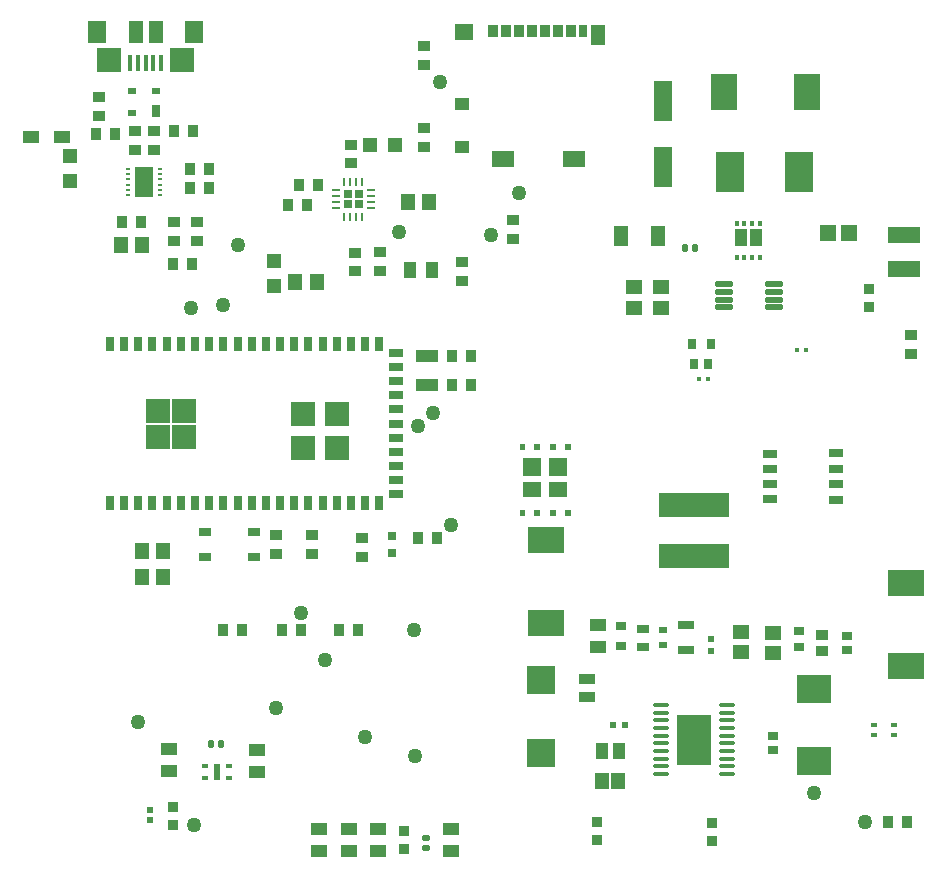
<source format=gtp>
G04*
G04 #@! TF.GenerationSoftware,Altium Limited,Altium Designer,21.9.2 (33)*
G04*
G04 Layer_Color=8421504*
%FSLAX25Y25*%
%MOIN*%
G70*
G04*
G04 #@! TF.SameCoordinates,1119CAD8-5D3F-4E39-9046-3B092D1BD9E9*
G04*
G04*
G04 #@! TF.FilePolarity,Positive*
G04*
G01*
G75*
%ADD21R,0.02165X0.01378*%
%ADD22R,0.02165X0.01378*%
%ADD23R,0.01968X0.05512*%
%ADD24R,0.02756X0.02756*%
%ADD25R,0.02756X0.02756*%
%ADD26R,0.03543X0.02953*%
%ADD27R,0.05733X0.02977*%
%ADD28R,0.02362X0.01968*%
%ADD29O,0.05512X0.01378*%
%ADD30R,0.05787X0.04567*%
%ADD31R,0.04724X0.02559*%
%ADD32R,0.04134X0.03543*%
%ADD33R,0.03543X0.02756*%
%ADD34R,0.03700X0.03000*%
%ADD35R,0.05394X0.03937*%
%ADD36R,0.01968X0.02362*%
%ADD37R,0.03150X0.02362*%
%ADD38R,0.03937X0.03150*%
%ADD39R,0.23622X0.07913*%
%ADD40R,0.12402X0.08661*%
%ADD41R,0.04638X0.05339*%
%ADD42R,0.04152X0.05339*%
%ADD43R,0.05733X0.04940*%
%ADD44R,0.11417X0.09449*%
%ADD45R,0.01968X0.01575*%
%ADD46R,0.05315X0.03740*%
%ADD47R,0.11811X0.16535*%
%ADD48R,0.09646X0.09252*%
%ADD49R,0.03543X0.03937*%
%ADD50R,0.01575X0.05315*%
%ADD51R,0.06299X0.07480*%
%ADD52R,0.08268X0.07874*%
%ADD53R,0.04724X0.07480*%
%ADD54R,0.04528X0.05709*%
%ADD55R,0.03819X0.03543*%
%ADD56C,0.05000*%
%ADD57R,0.04134X0.02559*%
G04:AMPARAMS|DCode=58|XSize=23.62mil|YSize=21.26mil|CornerRadius=5.63mil|HoleSize=0mil|Usage=FLASHONLY|Rotation=90.000|XOffset=0mil|YOffset=0mil|HoleType=Round|Shape=RoundedRectangle|*
%AMROUNDEDRECTD58*
21,1,0.02362,0.00999,0,0,90.0*
21,1,0.01235,0.02126,0,0,90.0*
1,1,0.01127,0.00500,0.00618*
1,1,0.01127,0.00500,-0.00618*
1,1,0.01127,-0.00500,-0.00618*
1,1,0.01127,-0.00500,0.00618*
%
%ADD58ROUNDEDRECTD58*%
%ADD59R,0.02756X0.04724*%
%ADD60R,0.07874X0.07874*%
%ADD61R,0.03937X0.03543*%
%ADD62R,0.06299X0.09843*%
%ADD63R,0.01575X0.00984*%
%ADD64R,0.02756X0.03937*%
%ADD65O,0.00906X0.03150*%
G04:AMPARAMS|DCode=66|XSize=23.62mil|YSize=21.26mil|CornerRadius=5.63mil|HoleSize=0mil|Usage=FLASHONLY|Rotation=180.000|XOffset=0mil|YOffset=0mil|HoleType=Round|Shape=RoundedRectangle|*
%AMROUNDEDRECTD66*
21,1,0.02362,0.00999,0,0,180.0*
21,1,0.01235,0.02126,0,0,180.0*
1,1,0.01127,-0.00618,0.00500*
1,1,0.01127,0.00618,0.00500*
1,1,0.01127,0.00618,-0.00500*
1,1,0.01127,-0.00618,-0.00500*
%
%ADD66ROUNDEDRECTD66*%
%ADD67R,0.05787X0.04370*%
%ADD68O,0.03150X0.00906*%
%ADD69R,0.04724X0.03937*%
%ADD70R,0.06102X0.05315*%
%ADD71R,0.02756X0.03347*%
%ADD72R,0.05787X0.04528*%
%ADD73R,0.01772X0.01772*%
%ADD74R,0.03110X0.03661*%
G04:AMPARAMS|DCode=75|XSize=57.87mil|YSize=18.9mil|CornerRadius=2.36mil|HoleSize=0mil|Usage=FLASHONLY|Rotation=180.000|XOffset=0mil|YOffset=0mil|HoleType=Round|Shape=RoundedRectangle|*
%AMROUNDEDRECTD75*
21,1,0.05787,0.01417,0,0,180.0*
21,1,0.05315,0.01890,0,0,180.0*
1,1,0.00472,-0.02657,0.00709*
1,1,0.00472,0.02657,0.00709*
1,1,0.00472,0.02657,-0.00709*
1,1,0.00472,-0.02657,-0.00709*
%
%ADD75ROUNDEDRECTD75*%
%ADD76R,0.04528X0.06693*%
%ADD77R,0.03347X0.04331*%
%ADD78R,0.04606X0.07087*%
%ADD79R,0.06299X0.13780*%
%ADD80R,0.05542X0.05756*%
%ADD81R,0.11063X0.05394*%
%ADD82R,0.09500X0.13500*%
%ADD83R,0.07480X0.04331*%
%ADD84R,0.02953X0.04331*%
%ADD85R,0.07480X0.05315*%
%ADD86R,0.04724X0.02756*%
%ADD87R,0.02756X0.02362*%
%ADD88R,0.04724X0.04724*%
%ADD89R,0.04724X0.04724*%
%ADD90R,0.03150X0.03150*%
%ADD91R,0.05512X0.03937*%
%ADD92R,0.04134X0.05512*%
%ADD93R,0.05591X0.03937*%
%ADD94R,0.02362X0.02323*%
%ADD95R,0.08661X0.12402*%
G36*
X249274Y243022D02*
X247935D01*
Y244793D01*
X249274D01*
Y243022D01*
D02*
G37*
G36*
X246715D02*
X245376D01*
Y244793D01*
X246715D01*
Y243022D01*
D02*
G37*
G36*
X244156D02*
X242817D01*
Y244793D01*
X244156D01*
Y243022D01*
D02*
G37*
G36*
X241597D02*
X240258D01*
Y244793D01*
X241597D01*
Y243022D01*
D02*
G37*
G36*
X249274Y236447D02*
X245258D01*
Y242136D01*
X249274D01*
Y236447D01*
D02*
G37*
G36*
X244274D02*
X240258D01*
Y242136D01*
X244274D01*
Y236447D01*
D02*
G37*
G36*
X249274Y231722D02*
X247935D01*
Y233494D01*
X249274D01*
Y231722D01*
D02*
G37*
G36*
X246715D02*
X245376D01*
Y233494D01*
X246715D01*
Y231722D01*
D02*
G37*
G36*
X244156D02*
X242817D01*
Y233494D01*
X244156D01*
Y231722D01*
D02*
G37*
G36*
X241597D02*
X240258D01*
Y233494D01*
X241597D01*
Y231722D01*
D02*
G37*
G36*
X185674Y168250D02*
X183689D01*
Y170199D01*
X185674D01*
Y168250D01*
D02*
G37*
G36*
X175508Y168239D02*
X173541D01*
Y170199D01*
X175508D01*
Y168239D01*
D02*
G37*
G36*
X180709Y168236D02*
X178738D01*
Y170199D01*
X180709D01*
Y168236D01*
D02*
G37*
G36*
X170557Y168234D02*
X168591D01*
Y170199D01*
X170557D01*
Y168234D01*
D02*
G37*
G36*
X175902Y159571D02*
X169722D01*
Y165809D01*
X175902D01*
Y159571D01*
D02*
G37*
G36*
X184533Y159570D02*
X178345D01*
Y165809D01*
X184533D01*
Y159570D01*
D02*
G37*
G36*
X175903Y152736D02*
X169722D01*
Y157601D01*
X175903D01*
Y152736D01*
D02*
G37*
G36*
X184537Y152730D02*
X178345D01*
Y157601D01*
X184537D01*
Y152730D01*
D02*
G37*
G36*
X180707Y146370D02*
X178738D01*
Y148339D01*
X180707D01*
Y146370D01*
D02*
G37*
G36*
X175510Y146368D02*
X173541D01*
Y148339D01*
X175510D01*
Y146368D01*
D02*
G37*
G36*
X170550Y146354D02*
X168591D01*
Y148339D01*
X170550D01*
Y146354D01*
D02*
G37*
G36*
X185670Y146353D02*
X183689D01*
Y148339D01*
X185670D01*
Y146353D01*
D02*
G37*
D21*
X71653Y62992D02*
D03*
Y59055D02*
D03*
X63583D02*
D03*
D22*
Y62992D02*
D03*
D23*
X67618Y61024D02*
D03*
D24*
X114961Y250197D02*
D03*
X111417Y253740D02*
D03*
D25*
X114961Y253740D02*
D03*
X111417Y250197D02*
D03*
D26*
X253110Y68209D02*
D03*
Y72933D02*
D03*
X277654Y106437D02*
D03*
Y101713D02*
D03*
D27*
X224151Y110164D02*
D03*
Y101699D02*
D03*
D28*
X232283Y105341D02*
D03*
Y101404D02*
D03*
D29*
X237748Y78248D02*
D03*
Y60335D02*
D03*
Y62894D02*
D03*
Y65453D02*
D03*
Y70571D02*
D03*
Y73130D02*
D03*
Y80807D02*
D03*
Y83366D02*
D03*
X215701Y62894D02*
D03*
Y65453D02*
D03*
Y68012D02*
D03*
Y70571D02*
D03*
Y73130D02*
D03*
Y75689D02*
D03*
Y78248D02*
D03*
Y80807D02*
D03*
Y83366D02*
D03*
Y60335D02*
D03*
X237748Y75689D02*
D03*
Y68012D02*
D03*
D30*
X242284Y100866D02*
D03*
Y107795D02*
D03*
D31*
X274194Y167371D02*
D03*
Y162071D02*
D03*
Y156871D02*
D03*
Y151571D02*
D03*
X252072Y151971D02*
D03*
Y156971D02*
D03*
Y161971D02*
D03*
Y166971D02*
D03*
D32*
X269264Y106732D02*
D03*
Y101417D02*
D03*
D33*
X261811Y102559D02*
D03*
Y108071D02*
D03*
D34*
X202432Y109599D02*
D03*
Y102999D02*
D03*
D35*
X194882Y110029D02*
D03*
Y102667D02*
D03*
D36*
X203645Y76603D02*
D03*
X199708D02*
D03*
D37*
X216535Y103373D02*
D03*
Y108491D02*
D03*
D38*
X209720Y108661D02*
D03*
Y102756D02*
D03*
D39*
X226725Y133177D02*
D03*
Y150106D02*
D03*
D40*
X177339Y138264D02*
D03*
Y110705D02*
D03*
X297252Y124028D02*
D03*
Y96469D02*
D03*
D41*
X196204Y58110D02*
D03*
X201433D02*
D03*
D42*
X195961Y68012D02*
D03*
X201676D02*
D03*
D43*
X253110Y107283D02*
D03*
Y100781D02*
D03*
D44*
X266828Y64595D02*
D03*
Y88610D02*
D03*
D45*
X286575Y73453D02*
D03*
Y76603D02*
D03*
X293465Y73453D02*
D03*
Y76603D02*
D03*
D46*
X190945Y91909D02*
D03*
Y86004D02*
D03*
D47*
X226725Y71850D02*
D03*
D48*
X175839Y91654D02*
D03*
Y67244D02*
D03*
D49*
X297598Y44331D02*
D03*
X42492Y244488D02*
D03*
X27362Y273622D02*
D03*
X91339Y250000D02*
D03*
X65158Y262140D02*
D03*
X59730Y274690D02*
D03*
X152522Y189961D02*
D03*
Y199803D02*
D03*
X59462Y230315D02*
D03*
X53163D02*
D03*
X291299Y44331D02*
D03*
X114870Y108268D02*
D03*
X108571D02*
D03*
X97638Y250000D02*
D03*
X89370Y108268D02*
D03*
X95669D02*
D03*
X69685D02*
D03*
X75984D02*
D03*
X140945Y139173D02*
D03*
X134646D02*
D03*
X146222Y199803D02*
D03*
Y189961D02*
D03*
X101356Y256825D02*
D03*
X95057D02*
D03*
X58858Y255668D02*
D03*
X65158D02*
D03*
X58858Y262140D02*
D03*
X33661Y273622D02*
D03*
X53431Y274690D02*
D03*
X36193Y244488D02*
D03*
D50*
X38840Y297209D02*
D03*
X41399D02*
D03*
X43958D02*
D03*
X46517D02*
D03*
X49076D02*
D03*
D51*
X60100Y307740D02*
D03*
X27817D02*
D03*
D52*
X56163Y298488D02*
D03*
X31754D02*
D03*
D53*
X47305Y307740D02*
D03*
X40612D02*
D03*
D54*
X42695Y125984D02*
D03*
Y134843D02*
D03*
X100984Y224409D02*
D03*
X42886Y236614D02*
D03*
X138386Y250984D02*
D03*
X131299D02*
D03*
X93898Y224409D02*
D03*
X49782Y134843D02*
D03*
Y125984D02*
D03*
X35799Y236614D02*
D03*
D55*
X53150Y43276D02*
D03*
X194398Y44331D02*
D03*
X232784Y43937D02*
D03*
X284921Y215883D02*
D03*
Y221867D02*
D03*
X194398Y38346D02*
D03*
X53150Y49260D02*
D03*
X232784Y37953D02*
D03*
X129921Y41386D02*
D03*
Y35402D02*
D03*
D56*
X60197Y43307D02*
D03*
X266828Y54134D02*
D03*
X133273Y108268D02*
D03*
X133858Y66317D02*
D03*
X116969Y72835D02*
D03*
X95669Y114173D02*
D03*
X87402Y82284D02*
D03*
X74585Y236614D02*
D03*
X69871Y216535D02*
D03*
X59055Y215551D02*
D03*
X283749Y44331D02*
D03*
X145669Y143232D02*
D03*
X158911Y240059D02*
D03*
X103662Y98425D02*
D03*
X128486Y240945D02*
D03*
X142064Y291144D02*
D03*
X41514Y77756D02*
D03*
X139736Y180720D02*
D03*
X134646Y176249D02*
D03*
X168407Y253937D02*
D03*
D57*
X63681Y132579D02*
D03*
X80020D02*
D03*
X63681Y141043D02*
D03*
X80020D02*
D03*
D58*
X69016Y70366D02*
D03*
X223701Y235736D02*
D03*
X227087D02*
D03*
X65630Y70366D02*
D03*
D59*
X32065Y150787D02*
D03*
Y203543D02*
D03*
X74585Y150787D02*
D03*
X107656D02*
D03*
X74585Y203543D02*
D03*
X121829Y150787D02*
D03*
Y203543D02*
D03*
X36789Y150787D02*
D03*
X41514D02*
D03*
X46238D02*
D03*
X50963D02*
D03*
X55687D02*
D03*
X60411D02*
D03*
X65136D02*
D03*
X69860D02*
D03*
X79309D02*
D03*
X84034D02*
D03*
X88758D02*
D03*
X93482D02*
D03*
X98207D02*
D03*
X102931D02*
D03*
X112380D02*
D03*
X117104D02*
D03*
Y203543D02*
D03*
X112380D02*
D03*
X107656D02*
D03*
X102931D02*
D03*
X98207D02*
D03*
X93482D02*
D03*
X88758D02*
D03*
X84034D02*
D03*
X79309D02*
D03*
X69860D02*
D03*
X65136D02*
D03*
X60411D02*
D03*
X55687D02*
D03*
X50963D02*
D03*
X46238D02*
D03*
X41514D02*
D03*
X36789D02*
D03*
D60*
X48108Y181278D02*
D03*
Y172687D02*
D03*
X56840D02*
D03*
Y181278D02*
D03*
X96360Y180467D02*
D03*
Y168955D02*
D03*
X107600D02*
D03*
Y180467D02*
D03*
D61*
X99410Y139961D02*
D03*
X28543Y286118D02*
D03*
X113673Y227854D02*
D03*
X53283Y237992D02*
D03*
X122024Y228150D02*
D03*
X149372Y231004D02*
D03*
X136811Y269488D02*
D03*
X298949Y200484D02*
D03*
Y206783D02*
D03*
X149372Y224705D02*
D03*
X113673Y234154D02*
D03*
X166339Y245057D02*
D03*
Y238758D02*
D03*
X136811Y296591D02*
D03*
Y302890D02*
D03*
Y275787D02*
D03*
X116142Y132677D02*
D03*
Y138976D02*
D03*
X99410Y133661D02*
D03*
X87402Y139961D02*
D03*
Y133661D02*
D03*
X112380Y263869D02*
D03*
Y270168D02*
D03*
X122024Y234449D02*
D03*
X61234Y237992D02*
D03*
Y244291D02*
D03*
X53283D02*
D03*
X28543Y279819D02*
D03*
X40400Y274690D02*
D03*
Y268390D02*
D03*
X46900D02*
D03*
Y274690D02*
D03*
D62*
X43485Y257711D02*
D03*
D63*
X38170Y255053D02*
D03*
Y262140D02*
D03*
Y260368D02*
D03*
Y258597D02*
D03*
Y256825D02*
D03*
Y253282D02*
D03*
X48800D02*
D03*
Y255053D02*
D03*
Y256825D02*
D03*
Y258597D02*
D03*
Y260368D02*
D03*
Y262140D02*
D03*
D64*
X47325Y281440D02*
D03*
D65*
X112205Y246161D02*
D03*
X110236Y257776D02*
D03*
X114173Y246161D02*
D03*
X116142Y257776D02*
D03*
X114173D02*
D03*
X112205D02*
D03*
X110236Y246161D02*
D03*
X116142D02*
D03*
D66*
X137311Y39094D02*
D03*
Y35709D02*
D03*
D67*
X145669Y41929D02*
D03*
Y34843D02*
D03*
D68*
X118996Y254921D02*
D03*
Y249016D02*
D03*
Y250984D02*
D03*
Y252953D02*
D03*
X107382Y254921D02*
D03*
Y252953D02*
D03*
Y250984D02*
D03*
Y249016D02*
D03*
D69*
X149372Y269270D02*
D03*
Y283837D02*
D03*
D70*
X150061Y307557D02*
D03*
D71*
X226725Y197052D02*
D03*
X231252D02*
D03*
D72*
X206868Y215660D02*
D03*
X215807Y222589D02*
D03*
Y215660D02*
D03*
X206868Y222589D02*
D03*
D73*
X260922Y201772D02*
D03*
X231491Y191929D02*
D03*
X228342D02*
D03*
X264072Y201772D02*
D03*
D74*
X232559Y203634D02*
D03*
X226102D02*
D03*
D75*
X236597Y223560D02*
D03*
X253526D02*
D03*
X236597Y215883D02*
D03*
Y218442D02*
D03*
Y221001D02*
D03*
X253526D02*
D03*
Y218442D02*
D03*
Y215883D02*
D03*
D76*
X202461Y239758D02*
D03*
X214862D02*
D03*
D77*
X181400Y308049D02*
D03*
X185730D02*
D03*
X177069D02*
D03*
X172738D02*
D03*
X168407D02*
D03*
X164077D02*
D03*
X159746D02*
D03*
D78*
X194628Y306671D02*
D03*
D79*
X216307Y262598D02*
D03*
Y284646D02*
D03*
D80*
X278365Y240600D02*
D03*
X271262D02*
D03*
D81*
X296776Y239926D02*
D03*
Y228745D02*
D03*
D82*
X261717Y260991D02*
D03*
X238717D02*
D03*
D83*
X137795Y189961D02*
D03*
Y199803D02*
D03*
D84*
X189864Y308049D02*
D03*
D85*
X163152Y265431D02*
D03*
X186655D02*
D03*
D86*
X127502Y153528D02*
D03*
Y162976D02*
D03*
Y167701D02*
D03*
Y172425D02*
D03*
Y177150D02*
D03*
Y181874D02*
D03*
Y186598D02*
D03*
Y191323D02*
D03*
Y196047D02*
D03*
Y200772D02*
D03*
Y158252D02*
D03*
D87*
X39451Y288133D02*
D03*
X47325D02*
D03*
X39451Y280653D02*
D03*
D88*
X127165Y270168D02*
D03*
X118898D02*
D03*
D89*
X18701Y258006D02*
D03*
Y266274D02*
D03*
X86614Y231299D02*
D03*
Y223031D02*
D03*
D90*
X125984Y139764D02*
D03*
Y133858D02*
D03*
D91*
X15914Y272638D02*
D03*
X5678D02*
D03*
D92*
X139567Y228346D02*
D03*
X132087D02*
D03*
D93*
X101862Y34705D02*
D03*
Y42067D02*
D03*
X111721Y34705D02*
D03*
Y42067D02*
D03*
X121563D02*
D03*
Y34705D02*
D03*
X81193Y68386D02*
D03*
Y61024D02*
D03*
X51665Y68642D02*
D03*
Y61279D02*
D03*
D94*
X45459Y48413D02*
D03*
Y45106D02*
D03*
D95*
X264368Y287805D02*
D03*
X236809D02*
D03*
M02*

</source>
